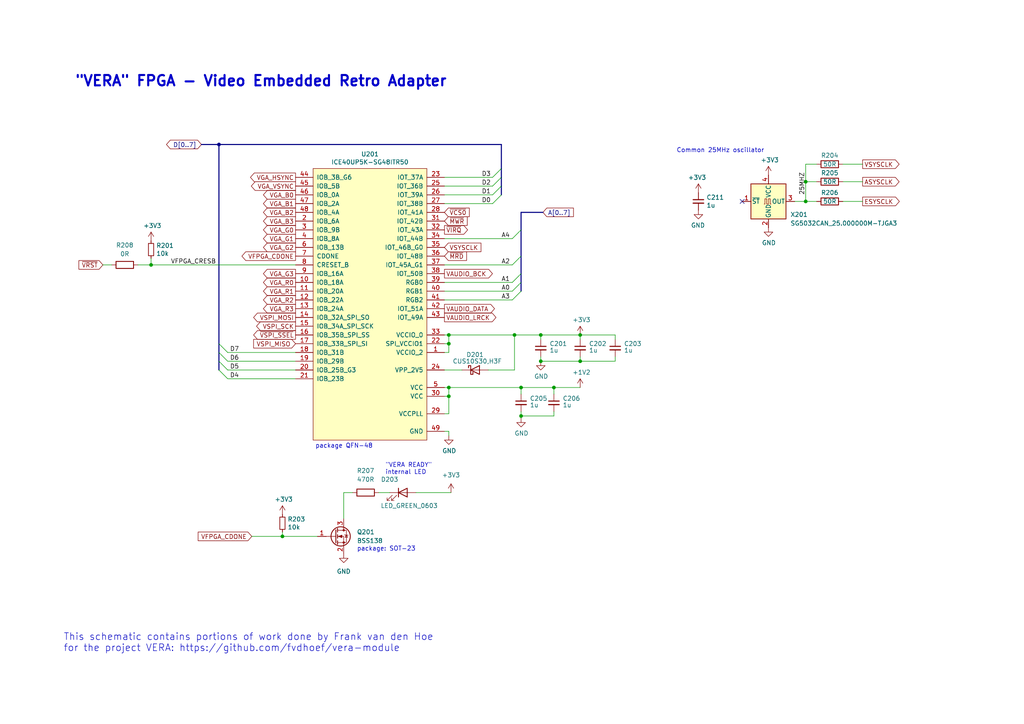
<source format=kicad_sch>
(kicad_sch (version 20211123) (generator eeschema)
  (paper "A4")
  (title_block (title "OpenX65 - Video/Audio & Ethernet Board") (date "2023-04-28") (rev "rev01") (company "FOR X65.EU DESIGNED BY JSYKORA.INFO") (comment 1 "VERA FPGA design by Frank van den Hoe"))
  (lib_symbols
    (symbol "Device:C_Small" (pin_numbers hide) (pin_names (offset 0.254) hide)
      (property "Reference" "C" (at 0.254 1.778 0))
      (property "Value" "C_Small" (at 0.254 -2.032 0))
      (symbol "C_Small_0_1"
        (polyline (pts (xy -1.524 -0.508) (xy 1.524 -0.508)) (stroke (width 0.3302)))
        (polyline (pts (xy -1.524 0.508) (xy 1.524 0.508)) (stroke (width 0.3048)))
      )
      (symbol "C_Small_1_1"
        (pin passive line (at 0 2.54 270) (length 2.032) (name "~") (number "1"))
        (pin passive line (at 0 -2.54 90) (length 2.032) (name "~") (number "2"))
      )
    )
    (symbol "Device:D_Schottky" (pin_numbers hide) (pin_names (offset 1.016) hide)
      (property "Reference" "D" (at 0 2.54 0))
      (property "Value" "D_Schottky" (at 0 -2.54 0))
      (symbol "D_Schottky_0_1"
        (polyline (pts (xy 1.27 0) (xy -1.27 0)))
        (polyline (pts (xy 1.27 1.27) (xy 1.27 -1.27) (xy -1.27 0) (xy 1.27 1.27)) (stroke (width 0.254)))
        (polyline (pts (xy -1.905 0.635) (xy -1.905 1.27) (xy -1.27 1.27) (xy -1.27 -1.27) (xy -0.635 -1.27) (xy -0.635 -0.635)) (stroke (width 0.254)))
      )
      (symbol "D_Schottky_1_1"
        (pin passive line (at -3.81 0 0) (length 2.54) (name "K") (number "1"))
        (pin passive line (at 3.81 0 180) (length 2.54) (name "A") (number "2"))
      )
    )
    (symbol "Device:LED" (pin_numbers hide) (pin_names (offset 1.016) hide)
      (property "Reference" "D" (at 0 2.54 0))
      (property "Value" "LED" (at 0 -2.54 0))
      (symbol "LED_0_1"
        (polyline (pts (xy -1.27 -1.27) (xy -1.27 1.27)) (stroke (width 0.254)))
        (polyline (pts (xy -1.27 0) (xy 1.27 0)))
        (polyline (pts (xy 1.27 -1.27) (xy 1.27 1.27) (xy -1.27 0) (xy 1.27 -1.27)) (stroke (width 0.254)))
        (polyline (pts (xy -3.048 -0.762) (xy -4.572 -2.286) (xy -3.81 -2.286) (xy -4.572 -2.286) (xy -4.572 -1.524)))
        (polyline (pts (xy -1.778 -0.762) (xy -3.302 -2.286) (xy -2.54 -2.286) (xy -3.302 -2.286) (xy -3.302 -1.524)))
      )
      (symbol "LED_1_1"
        (pin passive line (at -3.81 0 0) (length 2.54) (name "K") (number "1"))
        (pin passive line (at 3.81 0 180) (length 2.54) (name "A") (number "2"))
      )
    )
    (symbol "Device:R" (pin_numbers hide) (pin_names (offset 0))
      (property "Reference" "R" (at 2.032 0 90))
      (property "Value" "R" (at 0 0 90))
      (symbol "R_0_1"
        (rectangle (start -1.016 -2.54) (end 1.016 2.54) (stroke (width 0.254)))
      )
      (symbol "R_1_1"
        (pin passive line (at 0 3.81 270) (length 1.27) (name "~") (number "1"))
        (pin passive line (at 0 -3.81 90) (length 1.27) (name "~") (number "2"))
      )
    )
    (symbol "Device:R_Small" (pin_numbers hide) (pin_names (offset 0.254) hide)
      (property "Reference" "R" (at 0.762 0.508 0))
      (property "Value" "R_Small" (at 0.762 -1.016 0))
      (symbol "R_Small_0_1"
        (rectangle (start -0.762 1.778) (end 0.762 -1.778) (stroke (width 0.2032)))
      )
      (symbol "R_Small_1_1"
        (pin passive line (at 0 2.54 270) (length 0.762) (name "~") (number "1"))
        (pin passive line (at 0 -2.54 90) (length 0.762) (name "~") (number "2"))
      )
    )
    (symbol "Oscillator:SG-5032CAN" (pin_names (offset 0.254))
      (property "Reference" "X" (at -5.08 6.35 0))
      (property "Value" "SG-5032CAN" (at 1.27 -6.35 0))
      (symbol "SG-5032CAN_0_1"
        (rectangle (start -5.08 5.08) (end 5.08 -5.08) (stroke (width 0.254)) (fill (type background)))
        (polyline (pts (xy -1.27 -0.762) (xy -1.016 -0.762) (xy -1.016 0.762) (xy -0.508 0.762) (xy -0.508 -0.762) (xy 0 -0.762) (xy 0 0.762) (xy 0.508 0.762) (xy 0.508 -0.762) (xy 0.762 -0.762)))
      )
      (symbol "SG-5032CAN_1_1"
        (pin input line (at -7.62 0 0) (length 2.54) (name "~{ST}") (number "1"))
        (pin power_in line (at 0 -7.62 90) (length 2.54) (name "GND") (number "2"))
        (pin output line (at 7.62 0 180) (length 2.54) (name "OUT") (number "3"))
        (pin power_in line (at 0 7.62 270) (length 2.54) (name "VCC") (number "4"))
      )
    )
    (symbol "Transistor_FET:BSS123" (pin_names hide)
      (property "Reference" "Q" (at 5.08 1.905 0))
      (property "Value" "BSS123" (at 5.08 0 0))
      (symbol "BSS123_0_1"
        (polyline (pts (xy 0.254 0) (xy -2.54 0)))
        (polyline (pts (xy 0.254 1.905) (xy 0.254 -1.905)) (stroke (width 0.254)))
        (polyline (pts (xy 0.762 -1.27) (xy 0.762 -2.286)) (stroke (width 0.254)))
        (polyline (pts (xy 0.762 0.508) (xy 0.762 -0.508)) (stroke (width 0.254)))
        (polyline (pts (xy 0.762 2.286) (xy 0.762 1.27)) (stroke (width 0.254)))
        (polyline (pts (xy 2.54 2.54) (xy 2.54 1.778)))
        (polyline (pts (xy 2.54 -2.54) (xy 2.54 0) (xy 0.762 0)))
        (polyline (pts (xy 0.762 -1.778) (xy 3.302 -1.778) (xy 3.302 1.778) (xy 0.762 1.778)))
        (polyline (pts (xy 1.016 0) (xy 2.032 0.381) (xy 2.032 -0.381) (xy 1.016 0)) (fill (type outline)))
        (polyline (pts (xy 2.794 0.508) (xy 2.921 0.381) (xy 3.683 0.381) (xy 3.81 0.254)))
        (polyline (pts (xy 3.302 0.381) (xy 2.921 -0.254) (xy 3.683 -0.254) (xy 3.302 0.381)))
        (circle (center 1.651 0) (radius 2.794) (stroke (width 0.254)))
        (circle (center 2.54 -1.778) (radius 0.254) (fill (type outline)))
        (circle (center 2.54 1.778) (radius 0.254) (fill (type outline)))
      )
      (symbol "BSS123_1_1"
        (pin input line (at -5.08 0 0) (length 2.54) (name "G") (number "1"))
        (pin passive line (at 2.54 -5.08 90) (length 2.54) (name "S") (number "2"))
        (pin passive line (at 2.54 5.08 270) (length 2.54) (name "D") (number "3"))
      )
    )
    (symbol "power:+1V2" (power) (pin_names (offset 0))
      (property "Value" "+1V2" (at 0 3.556 0))
      (symbol "+1V2_0_1"
        (polyline (pts (xy -0.762 1.27) (xy 0 2.54)))
        (polyline (pts (xy 0 0) (xy 0 2.54)))
        (polyline (pts (xy 0 2.54) (xy 0.762 1.27)))
      )
      (symbol "+1V2_1_1"
        (pin power_in line (at 0 0 90) (length 0) hide (name "+1V2") (number "1"))
      )
    )
    (symbol "power:+3V3" (power) (pin_names (offset 0))
      (property "Value" "+3V3" (at 0 3.556 0))
      (symbol "+3V3_0_1"
        (polyline (pts (xy -0.762 1.27) (xy 0 2.54)))
        (polyline (pts (xy 0 0) (xy 0 2.54)))
        (polyline (pts (xy 0 2.54) (xy 0.762 1.27)))
      )
      (symbol "+3V3_1_1"
        (pin power_in line (at 0 0 90) (length 0) hide (name "+3V3") (number "1"))
      )
    )
    (symbol "power:GND" (power) (pin_names (offset 0))
      (property "Value" "GND" (at 0 -3.81 0))
      (symbol "GND_0_1"
        (polyline (pts (xy 0 0) (xy 0 -1.27) (xy 1.27 -1.27) (xy 0 -2.54) (xy -1.27 -1.27) (xy 0 -1.27)))
      )
      (symbol "GND_1_1"
        (pin power_in line (at 0 0 270) (length 0) hide (name "GND") (number "1"))
      )
    )
    (symbol "vera-module:ICE40UP5K-SG48ITR50" (pin_names (offset 1.016))
      (property "Reference" "U" (at 17.78 3.81 0))
      (property "Value" "ICE40UP5K-SG48ITR50" (at 17.78 1.27 0))
      (symbol "ICE40UP5K-SG48ITR50_0_1"
        (rectangle (start 0 0) (end 33.02 -78.74) (fill (type background)))
      )
      (symbol "ICE40UP5K-SG48ITR50_1_1"
        (pin power_in line (at 38.1 -53.34 180) (length 5.08) (name "VCCIO_2") (number "1"))
        (pin passive line (at -5.08 -33.02 0) (length 5.08) (name "IOB_18A") (number "10"))
        (pin passive line (at -5.08 -35.56 0) (length 5.08) (name "IOB_20A") (number "11"))
        (pin passive line (at -5.08 -38.1 0) (length 5.08) (name "IOB_22A") (number "12"))
        (pin passive line (at -5.08 -40.64 0) (length 5.08) (name "IOB_24A") (number "13"))
        (pin passive line (at -5.08 -43.18 0) (length 5.08) (name "IOB_32A_SPI_SO") (number "14"))
        (pin passive line (at -5.08 -45.72 0) (length 5.08) (name "IOB_34A_SPI_SCK") (number "15"))
        (pin passive line (at -5.08 -48.26 0) (length 5.08) (name "IOB_35B_SPI_SS") (number "16"))
        (pin passive line (at -5.08 -50.8 0) (length 5.08) (name "IOB_33B_SPI_SI") (number "17"))
        (pin passive line (at -5.08 -53.34 0) (length 5.08) (name "IOB_31B") (number "18"))
        (pin passive line (at -5.08 -55.88 0) (length 5.08) (name "IOB_29B") (number "19"))
        (pin passive line (at -5.08 -15.24 0) (length 5.08) (name "IOB_6A") (number "2"))
        (pin passive line (at -5.08 -58.42 0) (length 5.08) (name "IOB_25B_G3") (number "20"))
        (pin passive line (at -5.08 -60.96 0) (length 5.08) (name "IOB_23B") (number "21"))
        (pin power_in line (at 38.1 -50.8 180) (length 5.08) (name "SPI_VCCIO1") (number "22"))
        (pin passive line (at 38.1 -2.54 180) (length 5.08) (name "IOT_37A") (number "23"))
        (pin power_in line (at 38.1 -58.42 180) (length 5.08) (name "VPP_2V5") (number "24"))
        (pin passive line (at 38.1 -5.08 180) (length 5.08) (name "IOT_36B") (number "25"))
        (pin passive line (at 38.1 -7.62 180) (length 5.08) (name "IOT_39A") (number "26"))
        (pin passive line (at 38.1 -10.16 180) (length 5.08) (name "IOT_38B") (number "27"))
        (pin passive line (at 38.1 -12.7 180) (length 5.08) (name "IOT_41A") (number "28"))
        (pin power_in line (at 38.1 -71.12 180) (length 5.08) (name "VCCPLL") (number "29"))
        (pin passive line (at -5.08 -17.78 0) (length 5.08) (name "IOB_9B") (number "3"))
        (pin power_in line (at 38.1 -66.04 180) (length 5.08) (name "VCC") (number "30"))
        (pin passive line (at 38.1 -15.24 180) (length 5.08) (name "IOT_42B") (number "31"))
        (pin passive line (at 38.1 -17.78 180) (length 5.08) (name "IOT_43A") (number "32"))
        (pin power_in line (at 38.1 -48.26 180) (length 5.08) (name "VCCIO_0") (number "33"))
        (pin passive line (at 38.1 -20.32 180) (length 5.08) (name "IOT_44B") (number "34"))
        (pin passive line (at 38.1 -22.86 180) (length 5.08) (name "IOT_46B_G0") (number "35"))
        (pin passive line (at 38.1 -25.4 180) (length 5.08) (name "IOT_48B") (number "36"))
        (pin passive line (at 38.1 -27.94 180) (length 5.08) (name "IOT_45A_G1") (number "37"))
        (pin passive line (at 38.1 -30.48 180) (length 5.08) (name "IOT_50B") (number "38"))
        (pin passive line (at 38.1 -33.02 180) (length 5.08) (name "RGB0") (number "39"))
        (pin passive line (at -5.08 -20.32 0) (length 5.08) (name "IOB_8A") (number "4"))
        (pin passive line (at 38.1 -35.56 180) (length 5.08) (name "RGB1") (number "40"))
        (pin passive line (at 38.1 -38.1 180) (length 5.08) (name "RGB2") (number "41"))
        (pin passive line (at 38.1 -40.64 180) (length 5.08) (name "IOT_51A") (number "42"))
        (pin passive line (at 38.1 -43.18 180) (length 5.08) (name "IOT_49A") (number "43"))
        (pin passive line (at -5.08 -2.54 0) (length 5.08) (name "IOB_3B_G6") (number "44"))
        (pin passive line (at -5.08 -5.08 0) (length 5.08) (name "IOB_5B") (number "45"))
        (pin passive line (at -5.08 -7.62 0) (length 5.08) (name "IOB_0A") (number "46"))
        (pin passive line (at -5.08 -10.16 0) (length 5.08) (name "IOB_2A") (number "47"))
        (pin passive line (at -5.08 -12.7 0) (length 5.08) (name "IOB_4A") (number "48"))
        (pin power_in line (at 38.1 -76.2 180) (length 5.08) (name "GND") (number "49"))
        (pin power_in line (at 38.1 -63.5 180) (length 5.08) (name "VCC") (number "5"))
        (pin passive line (at -5.08 -22.86 0) (length 5.08) (name "IOB_13B") (number "6"))
        (pin passive line (at -5.08 -25.4 0) (length 5.08) (name "CDONE") (number "7"))
        (pin passive line (at -5.08 -27.94 0) (length 5.08) (name "CRESET_B") (number "8"))
        (pin passive line (at -5.08 -30.48 0) (length 5.08) (name "IOB_16A") (number "9"))
      )
    )
  )
  (junction (at 151.13 112.395))
  (junction (at 233.68 52.705))
  (junction (at 130.175 112.395))
  (junction (at 160.655 112.395))
  (junction (at 156.845 97.155))
  (junction (at 151.13 120.65))
  (junction (at 130.175 99.695))
  (junction (at 168.275 97.155))
  (junction (at 156.845 104.775))
  (junction (at 130.175 97.155))
  (junction (at 63.5 41.91))
  (junction (at 168.275 104.775))
  (junction (at 233.68 58.42))
  (junction (at 43.815 76.835))
  (junction (at 130.175 114.935))
  (junction (at 81.915 155.575))
  (junction (at 149.225 97.155))
  (no_connect (at 215.265 58.42))
  (bus_entry (at 148.59 69.215) (size 2.54 -2.54))
  (bus_entry (at 142.875 51.435) (size 2.54 -2.54))
  (bus_entry (at 142.875 59.055) (size 2.54 -2.54))
  (bus_entry (at 63.5 107.315) (size 2.54 2.54))
  (bus_entry (at 148.59 81.915) (size 2.54 -2.54))
  (bus_entry (at 142.875 53.975) (size 2.54 -2.54))
  (bus_entry (at 63.5 102.235) (size 2.54 2.54))
  (bus_entry (at 142.875 56.515) (size 2.54 -2.54))
  (bus_entry (at 148.59 84.455) (size 2.54 -2.54))
  (bus_entry (at 148.59 86.995) (size 2.54 -2.54))
  (bus_entry (at 63.5 99.695) (size 2.54 2.54))
  (bus_entry (at 148.59 76.835) (size 2.54 -2.54))
  (bus_entry (at 63.5 104.775) (size 2.54 2.54))
  (wire (pts (xy 156.845 98.425) (xy 156.845 97.155)))
  (wire (pts (xy 99.695 142.875) (xy 99.695 150.495)))
  (wire (pts (xy 151.13 119.38) (xy 151.13 120.65)))
  (wire (pts (xy 66.04 104.775) (xy 85.725 104.775)))
  (wire (pts (xy 149.225 107.315) (xy 149.225 97.155)))
  (wire (pts (xy 233.68 47.625) (xy 233.68 52.705)))
  (wire (pts (xy 130.175 112.395) (xy 151.13 112.395)))
  (wire (pts (xy 66.04 109.855) (xy 85.725 109.855)))
  (wire (pts (xy 160.655 120.65) (xy 160.655 119.38)))
  (bus (pts (xy 63.5 104.775) (xy 63.5 102.235)))
  (wire (pts (xy 128.905 97.155) (xy 130.175 97.155)))
  (wire (pts (xy 128.905 51.435) (xy 142.875 51.435)))
  (bus (pts (xy 63.5 41.91) (xy 145.415 41.91)))
  (wire (pts (xy 128.905 56.515) (xy 142.875 56.515)))
  (bus (pts (xy 145.415 48.895) (xy 145.415 51.435)))
  (wire (pts (xy 233.68 52.705) (xy 233.68 58.42)))
  (wire (pts (xy 236.855 47.625) (xy 233.68 47.625)))
  (bus (pts (xy 145.415 41.91) (xy 145.415 48.895)))
  (bus (pts (xy 151.13 84.455) (xy 151.13 81.915)))
  (bus (pts (xy 145.415 53.975) (xy 145.415 56.515)))
  (bus (pts (xy 151.13 66.675) (xy 151.13 61.595)))
  (wire (pts (xy 151.13 112.395) (xy 160.655 112.395)))
  (wire (pts (xy 233.68 58.42) (xy 236.855 58.42)))
  (wire (pts (xy 168.275 97.155) (xy 178.435 97.155)))
  (wire (pts (xy 128.905 81.915) (xy 148.59 81.915)))
  (bus (pts (xy 145.415 51.435) (xy 145.415 53.975)))
  (wire (pts (xy 128.905 53.975) (xy 142.875 53.975)))
  (wire (pts (xy 130.175 112.395) (xy 128.905 112.395)))
  (wire (pts (xy 128.905 114.935) (xy 130.175 114.935)))
  (bus (pts (xy 63.5 99.695) (xy 63.5 41.91)))
  (wire (pts (xy 29.845 76.835) (xy 32.385 76.835)))
  (wire (pts (xy 141.605 107.315) (xy 149.225 107.315)))
  (wire (pts (xy 128.905 59.055) (xy 142.875 59.055)))
  (bus (pts (xy 151.13 81.915) (xy 151.13 79.375)))
  (wire (pts (xy 109.855 142.875) (xy 113.03 142.875)))
  (wire (pts (xy 244.475 58.42) (xy 250.19 58.42)))
  (wire (pts (xy 128.905 86.995) (xy 148.59 86.995)))
  (wire (pts (xy 81.915 155.575) (xy 73.025 155.575)))
  (bus (pts (xy 151.13 61.595) (xy 157.48 61.595)))
  (wire (pts (xy 128.905 76.835) (xy 148.59 76.835)))
  (wire (pts (xy 128.905 125.095) (xy 130.175 125.095)))
  (wire (pts (xy 156.845 103.505) (xy 156.845 104.775)))
  (wire (pts (xy 244.475 47.625) (xy 250.19 47.625)))
  (wire (pts (xy 128.905 107.315) (xy 133.985 107.315)))
  (wire (pts (xy 233.68 52.705) (xy 236.855 52.705)))
  (wire (pts (xy 160.655 114.3) (xy 160.655 112.395)))
  (wire (pts (xy 40.005 76.835) (xy 43.815 76.835)))
  (wire (pts (xy 151.13 120.65) (xy 151.13 121.285)))
  (wire (pts (xy 66.04 102.235) (xy 85.725 102.235)))
  (wire (pts (xy 178.435 103.505) (xy 178.435 104.775)))
  (wire (pts (xy 168.275 104.775) (xy 178.435 104.775)))
  (wire (pts (xy 168.275 103.505) (xy 168.275 104.775)))
  (wire (pts (xy 149.225 97.155) (xy 156.845 97.155)))
  (wire (pts (xy 160.655 112.395) (xy 168.275 112.395)))
  (wire (pts (xy 102.235 142.875) (xy 99.695 142.875)))
  (wire (pts (xy 130.175 102.235) (xy 128.905 102.235)))
  (wire (pts (xy 128.905 84.455) (xy 148.59 84.455)))
  (wire (pts (xy 43.815 76.835) (xy 85.725 76.835)))
  (bus (pts (xy 151.13 79.375) (xy 151.13 74.295)))
  (wire (pts (xy 151.13 120.65) (xy 160.655 120.65)))
  (wire (pts (xy 130.175 120.015) (xy 130.175 114.935)))
  (wire (pts (xy 130.175 99.695) (xy 130.175 102.235)))
  (wire (pts (xy 128.905 99.695) (xy 130.175 99.695)))
  (bus (pts (xy 63.5 102.235) (xy 63.5 99.695)))
  (wire (pts (xy 233.68 58.42) (xy 230.505 58.42)))
  (wire (pts (xy 178.435 97.155) (xy 178.435 98.425)))
  (bus (pts (xy 58.42 41.91) (xy 63.5 41.91)))
  (wire (pts (xy 130.175 97.155) (xy 149.225 97.155)))
  (wire (pts (xy 244.475 52.705) (xy 250.19 52.705)))
  (wire (pts (xy 168.275 97.155) (xy 168.275 98.425)))
  (wire (pts (xy 43.815 74.93) (xy 43.815 76.835)))
  (wire (pts (xy 156.845 97.155) (xy 168.275 97.155)))
  (wire (pts (xy 130.175 97.155) (xy 130.175 99.695)))
  (bus (pts (xy 63.5 107.315) (xy 63.5 104.775)))
  (wire (pts (xy 151.13 112.395) (xy 151.13 114.3)))
  (wire (pts (xy 130.175 125.095) (xy 130.175 126.365)))
  (wire (pts (xy 128.905 69.215) (xy 148.59 69.215)))
  (wire (pts (xy 81.915 155.575) (xy 81.915 154.305)))
  (wire (pts (xy 66.04 107.315) (xy 85.725 107.315)))
  (wire (pts (xy 156.845 104.775) (xy 168.275 104.775)))
  (wire (pts (xy 81.915 155.575) (xy 92.075 155.575)))
  (wire (pts (xy 128.905 120.015) (xy 130.175 120.015)))
  (bus (pts (xy 151.13 74.295) (xy 151.13 66.675)))
  (wire (pts (xy 130.175 114.935) (xy 130.175 112.395)))
  (wire (pts (xy 120.65 142.875) (xy 130.81 142.875)))
  (text "\"VERA\" FPGA - Video Embedded Retro Adapter" (at 21.59 25.4 0) (effects (font (size 3 3) (thickness 0.6) bold) (justify left bottom)))
  (text "package: SOT-23" (at 103.505 160.02 0) (effects (font (size 1.27 1.27)) (justify left bottom)))
  (text "package QFN-48" (at 91.44 130.175 0) (effects (font (size 1.27 1.27)) (justify left bottom)))
  (text "\"VERA READY\"\ninternal LED" (at 111.76 137.795 0) (effects (font (size 1.27 1.27)) (justify left bottom)))
  (text "This schematic contains portions of work done by Frank van den Hoe\nfor the project VERA: https://github.com/fvdhoef/vera-module" (at 18.415 189.23 0) (effects (font (size 2 2)) (justify left bottom)))
  (text "Common 25MHz oscillator" (at 196.215 44.45 0) (effects (font (size 1.27 1.27)) (justify left bottom)))
  (label "D3" (at 139.7 51.435 0))
  (label "VFPGA_CRESB" (at 49.53 76.835 0))
  (label "D4" (at 66.675 109.855 0))
  (label "D0" (at 139.7 59.055 0))
  (label "A0" (at 145.415 84.455 0))
  (label "D1" (at 139.7 56.515 0))
  (label "D5" (at 66.675 107.315 0))
  (label "D7" (at 66.675 102.235 0))
  (label "A4" (at 145.415 69.215 0))
  (label "A3" (at 145.415 86.995 0))
  (label "D2" (at 139.7 53.975 0))
  (label "A2" (at 145.415 76.835 0))
  (label "A1" (at 145.415 81.915 0))
  (label "25MHZ" (at 233.68 56.515 90))
  (label "D6" (at 66.675 104.775 0))
  (global_label "VAUDIO_BCK" (shape output) (at 128.905 79.375 0) (property "Intersheet References" "${INTERSHEET_REFS}" (effects hide)))
  (global_label "VAUDIO_DATA" (shape output) (at 128.905 89.535 0) (property "Intersheet References" "${INTERSHEET_REFS}" (effects hide)))
  (global_label "VSPI_SCK" (shape output) (at 85.725 94.615 180) (property "Intersheet References" "${INTERSHEET_REFS}" (effects hide)))
  (global_label "VGA_VSYNC" (shape output) (at 85.725 53.975 180) (property "Intersheet References" "${INTERSHEET_REFS}" (effects hide)))
  (global_label "VGA_HSYNC" (shape output) (at 85.725 51.435 180) (property "Intersheet References" "${INTERSHEET_REFS}" (effects hide)))
  (global_label "VFPGA_CDONE" (shape input) (at 73.025 155.575 180) (property "Intersheet References" "${INTERSHEET_REFS}" (effects hide)))
  (global_label "~{MRD}" (shape input) (at 128.905 74.295 0) (property "Intersheet References" "${INTERSHEET_REFS}" (effects hide)))
  (global_label "~{VCS0}" (shape input) (at 128.905 61.595 0) (property "Intersheet References" "${INTERSHEET_REFS}" (effects hide)))
  (global_label "VGA_G1" (shape output) (at 85.725 69.215 180) (property "Intersheet References" "${INTERSHEET_REFS}" (effects hide)))
  (global_label "A[0..7]" (shape input) (at 157.48 61.595 0) (property "Intersheet References" "${INTERSHEET_REFS}" (effects hide)))
  (global_label "VSPI_MOSI" (shape output) (at 85.725 92.075 180) (property "Intersheet References" "${INTERSHEET_REFS}" (effects hide)))
  (global_label "VSYSCLK" (shape output) (at 250.19 47.625 0) (property "Intersheet References" "${INTERSHEET_REFS}" (effects hide)))
  (global_label "VAUDIO_LRCK" (shape output) (at 128.905 92.075 0) (property "Intersheet References" "${INTERSHEET_REFS}" (effects hide)))
  (global_label "VSPI_MISO" (shape input) (at 85.725 99.695 180) (property "Intersheet References" "${INTERSHEET_REFS}" (effects hide)))
  (global_label "~{MWR}" (shape input) (at 128.905 64.135 0) (property "Intersheet References" "${INTERSHEET_REFS}" (effects hide)))
  (global_label "VGA_R2" (shape output) (at 85.725 86.995 180) (property "Intersheet References" "${INTERSHEET_REFS}" (effects hide)))
  (global_label "D[0..7]" (shape bidirectional) (at 58.42 41.91 180) (property "Intersheet References" "${INTERSHEET_REFS}" (effects hide)))
  (global_label "VGA_R3" (shape output) (at 85.725 89.535 180) (property "Intersheet References" "${INTERSHEET_REFS}" (effects hide)))
  (global_label "~{VRST}" (shape input) (at 29.845 76.835 180) (property "Intersheet References" "${INTERSHEET_REFS}" (effects hide)))
  (global_label "VSYSCLK" (shape input) (at 128.905 71.755 0) (property "Intersheet References" "${INTERSHEET_REFS}" (effects hide)))
  (global_label "VGA_B3" (shape output) (at 85.725 64.135 180) (property "Intersheet References" "${INTERSHEET_REFS}" (effects hide)))
  (global_label "VGA_G2" (shape output) (at 85.725 71.755 180) (property "Intersheet References" "${INTERSHEET_REFS}" (effects hide)))
  (global_label "ASYSCLK" (shape output) (at 250.19 52.705 0) (property "Intersheet References" "${INTERSHEET_REFS}" (effects hide)))
  (global_label "VFPGA_CDONE" (shape output) (at 85.725 74.295 180) (property "Intersheet References" "${INTERSHEET_REFS}" (effects hide)))
  (global_label "~{VIRQ}" (shape output) (at 128.905 66.675 0) (property "Intersheet References" "${INTERSHEET_REFS}" (effects hide)))
  (global_label "VGA_R1" (shape output) (at 85.725 84.455 180) (property "Intersheet References" "${INTERSHEET_REFS}" (effects hide)))
  (global_label "VGA_B0" (shape output) (at 85.725 56.515 180) (property "Intersheet References" "${INTERSHEET_REFS}" (effects hide)))
  (global_label "VGA_R0" (shape output) (at 85.725 81.915 180) (property "Intersheet References" "${INTERSHEET_REFS}" (effects hide)))
  (global_label "~{VSPI_SSEL}" (shape output) (at 85.725 97.155 180) (property "Intersheet References" "${INTERSHEET_REFS}" (effects hide)))
  (global_label "ESYSCLK" (shape output) (at 250.19 58.42 0) (property "Intersheet References" "${INTERSHEET_REFS}" (effects hide)))
  (global_label "VGA_G0" (shape output) (at 85.725 66.675 180) (property "Intersheet References" "${INTERSHEET_REFS}" (effects hide)))
  (global_label "VGA_G3" (shape output) (at 85.725 79.375 180) (property "Intersheet References" "${INTERSHEET_REFS}" (effects hide)))
  (global_label "VGA_B1" (shape output) (at 85.725 59.055 180) (property "Intersheet References" "${INTERSHEET_REFS}" (effects hide)))
  (global_label "VGA_B2" (shape output) (at 85.725 61.595 180) (property "Intersheet References" "${INTERSHEET_REFS}" (effects hide)))
  (symbol (lib_id "power:GND") (at 222.885 66.04 0) (unit 1)
    (property "Reference" "#PWR0212" (effects hide))
    (property "Value" "GND" (at 223.012 70.4342 0))
  )
  (symbol (lib_id "power:GND") (at 156.845 104.775 0) (unit 1)
    (property "Reference" "#PWR0205" (effects hide))
    (property "Value" "GND" (at 156.972 109.1692 0))
  )
  (symbol (lib_id "Device:R") (at 240.665 58.42 90) (unit 1)
    (property "Reference" "R206" (at 240.665 55.88 90))
    (property "Value" "50R" (at 240.665 58.42 90))
    (property "Footprint" "Resistor_SMD:R_0603_1608Metric_Pad0.98x0.95mm_HandSolder" (effects hide))
  )
  (symbol (lib_id "vera-module:ICE40UP5K-SG48ITR50") (at 90.805 48.895 0) (unit 1)
    (property "Reference" "U201" (at 107.315 44.704 0))
    (property "Value" "ICE40UP5K-SG48ITR50" (at 107.315 47.0154 0))
    (property "Footprint" "Package_DFN_QFN:QFN-48-1EP_7x7mm_P0.5mm_EP5.3x5.3mm" (effects hide))
  )
  (symbol (lib_id "power:+3V3") (at 81.915 149.225 0) (unit 1)
    (property "Reference" "#PWR0210" (effects hide))
    (property "Value" "+3V3" (at 82.296 144.8308 0))
  )
  (symbol (lib_id "Device:R_Small") (at 81.915 151.765 0) (unit 1)
    (property "Reference" "R203" (at 83.4136 150.5966 0) (effects (justify left)))
    (property "Value" "10k" (at 83.4136 152.908 0) (effects (justify left)))
    (property "Footprint" "Resistor_SMD:R_0603_1608Metric_Pad0.98x0.95mm_HandSolder" (effects hide))
  )
  (symbol (lib_id "Device:C_Small") (at 168.275 100.965 0) (unit 1)
    (property "Reference" "C202" (at 170.815 99.695 0) (effects (justify left)))
    (property "Value" "1u" (at 170.815 101.6 0) (effects (justify left)))
    (property "Footprint" "Capacitor_SMD:C_0603_1608Metric_Pad1.08x0.95mm_HandSolder" (effects hide))
  )
  (symbol (lib_id "Device:LED") (at 116.84 142.875 0) (unit 1)
    (property "Reference" "D203" (at 115.57 139.065 0) (effects (justify right)))
    (property "Value" "LED_GREEN_0603" (at 127 146.685 0) (effects (justify right)))
    (property "Footprint" "LED_SMD:LED_0603_1608Metric_Pad1.05x0.95mm_HandSolder" (effects hide))
  )
  (symbol (lib_id "Device:R") (at 36.195 76.835 90) (unit 1)
    (property "Reference" "R208" (at 36.195 71.12 90))
    (property "Value" "0R" (at 36.195 73.66 90))
    (property "Footprint" "Resistor_SMD:R_0603_1608Metric_Pad0.98x0.95mm_HandSolder" (effects hide))
  )
  (symbol (lib_id "Device:D_Schottky") (at 137.795 107.315 0) (unit 1)
    (property "Reference" "D201" (at 137.795 102.87 0))
    (property "Value" "CUS10S30,H3F" (at 138.43 104.775 0))
    (property "Footprint" "Diode_SMD:D_SOD-323_HandSoldering" (effects hide))
  )
  (symbol (lib_id "Device:C_Small") (at 160.655 116.84 0) (unit 1)
    (property "Reference" "C206" (at 163.195 115.57 0) (effects (justify left)))
    (property "Value" "1u" (at 163.195 117.475 0) (effects (justify left)))
    (property "Footprint" "Capacitor_SMD:C_0603_1608Metric_Pad1.08x0.95mm_HandSolder" (effects hide))
  )
  (symbol (lib_id "Device:R_Small") (at 43.815 72.39 0) (unit 1)
    (property "Reference" "R201" (at 45.3136 71.2216 0) (effects (justify left)))
    (property "Value" "10k" (at 45.3136 73.533 0) (effects (justify left)))
    (property "Footprint" "Resistor_SMD:R_0603_1608Metric_Pad0.98x0.95mm_HandSolder" (effects hide))
  )
  (symbol (lib_id "power:+1V2") (at 168.275 112.395 0) (unit 1)
    (property "Reference" "#PWR0202" (effects hide))
    (property "Value" "+1V2" (at 168.656 108.0008 0))
  )
  (symbol (lib_id "Device:R") (at 240.665 52.705 90) (unit 1)
    (property "Reference" "R205" (at 240.665 50.165 90))
    (property "Value" "50R" (at 240.665 52.705 90))
    (property "Footprint" "Resistor_SMD:R_0603_1608Metric_Pad0.98x0.95mm_HandSolder" (effects hide))
  )
  (symbol (lib_id "power:+3V3") (at 130.81 142.875 0) (unit 1)
    (property "Reference" "#PWR0214" (effects hide))
    (property "Value" "+3V3" (at 130.81 137.795 0))
  )
  (symbol (lib_id "Device:C_Small") (at 202.565 58.42 0) (unit 1)
    (property "Reference" "C211" (at 204.9018 57.2516 0) (effects (justify left)))
    (property "Value" "1u" (at 204.9018 59.563 0) (effects (justify left)))
    (property "Footprint" "Capacitor_SMD:C_0603_1608Metric_Pad1.08x0.95mm_HandSolder" (effects hide))
  )
  (symbol (lib_id "Device:R") (at 106.045 142.875 90) (unit 1)
    (property "Reference" "R207" (at 106.045 136.525 90))
    (property "Value" "470R" (at 106.045 139.065 90))
    (property "Footprint" "Resistor_SMD:R_0603_1608Metric_Pad0.98x0.95mm_HandSolder" (effects hide))
  )
  (symbol (lib_id "Device:C_Small") (at 151.13 116.84 0) (unit 1)
    (property "Reference" "C205" (at 153.67 115.57 0) (effects (justify left)))
    (property "Value" "1u" (at 153.67 117.475 0) (effects (justify left)))
    (property "Footprint" "Capacitor_SMD:C_0603_1608Metric_Pad1.08x0.95mm_HandSolder" (effects hide))
  )
  (symbol (lib_id "power:+3V3") (at 202.565 55.88 0) (mirror y) (unit 1)
    (property "Reference" "#PWR0206" (effects hide))
    (property "Value" "+3V3" (at 202.184 51.4858 0))
  )
  (symbol (lib_id "power:+3V3") (at 168.275 97.155 0) (unit 1)
    (property "Reference" "#PWR0204" (effects hide))
    (property "Value" "+3V3" (at 168.656 92.7608 0))
  )
  (symbol (lib_id "Transistor_FET:BSS123") (at 97.155 155.575 0) (unit 1)
    (property "Reference" "Q201" (at 103.505 154.3049 0) (effects (justify left)))
    (property "Value" "BSS138" (at 103.505 156.8449 0) (effects (justify left)))
    (property "Footprint" "Package_TO_SOT_SMD:SOT-23" (effects hide))
    (property "Datasheet" "http://www.diodes.com/assets/Datasheets/ds30366.pdf" (effects hide))
  )
  (symbol (lib_id "power:GND") (at 151.13 121.285 0) (unit 1)
    (property "Reference" "#PWR0203" (effects hide))
    (property "Value" "GND" (at 151.257 125.6792 0))
  )
  (symbol (lib_id "Device:R") (at 240.665 47.625 90) (unit 1)
    (property "Reference" "R204" (at 240.665 45.085 90))
    (property "Value" "50R" (at 240.665 47.625 90))
    (property "Footprint" "Resistor_SMD:R_0603_1608Metric_Pad0.98x0.95mm_HandSolder" (effects hide))
  )
  (symbol (lib_id "Device:C_Small") (at 156.845 100.965 0) (unit 1)
    (property "Reference" "C201" (at 159.385 99.695 0) (effects (justify left)))
    (property "Value" "1u" (at 159.385 101.6 0) (effects (justify left)))
    (property "Footprint" "Capacitor_SMD:C_0603_1608Metric_Pad1.08x0.95mm_HandSolder" (effects hide))
  )
  (symbol (lib_id "power:GND") (at 99.695 160.655 0) (unit 1)
    (property "Reference" "#PWR0213" (effects hide))
    (property "Value" "GND" (at 99.695 165.735 0))
  )
  (symbol (lib_id "Device:C_Small") (at 178.435 100.965 0) (unit 1)
    (property "Reference" "C203" (at 180.975 99.695 0) (effects (justify left)))
    (property "Value" "1u" (at 180.975 101.6 0) (effects (justify left)))
    (property "Footprint" "Capacitor_SMD:C_0603_1608Metric_Pad1.08x0.95mm_HandSolder" (effects hide))
  )
  (symbol (lib_id "power:GND") (at 130.175 126.365 0) (unit 1)
    (property "Reference" "#PWR0201" (effects hide))
    (property "Value" "GND" (at 130.302 130.7592 0))
  )
  (symbol (lib_id "Oscillator:SG-5032CAN") (at 222.885 58.42 0) (unit 1)
    (property "Reference" "X201" (at 229.235 62.23 0) (effects (justify left)))
    (property "Value" "SG5032CAN_25.000000M-TJGA3" (at 229.235 64.77 0) (effects (justify left)))
    (property "Footprint" "Oscillator:Oscillator_SMD_SeikoEpson_SG8002LB-4Pin_5.0x3.2mm_HandSoldering" (effects hide))
  )
  (symbol (lib_id "power:+3V3") (at 43.815 69.85 0) (unit 1)
    (property "Reference" "#PWR0208" (effects hide))
    (property "Value" "+3V3" (at 44.196 65.4558 0))
  )
  (symbol (lib_id "power:GND") (at 202.565 60.96 0) (mirror y) (unit 1)
    (property "Reference" "#PWR0207" (effects hide))
    (property "Value" "GND" (at 202.438 65.3542 0))
  )
  (symbol (lib_id "power:+3V3") (at 222.885 50.8 0) (unit 1)
    (property "Reference" "#PWR0211" (effects hide))
    (property "Value" "+3V3" (at 223.266 46.4058 0))
  )
)
</source>
